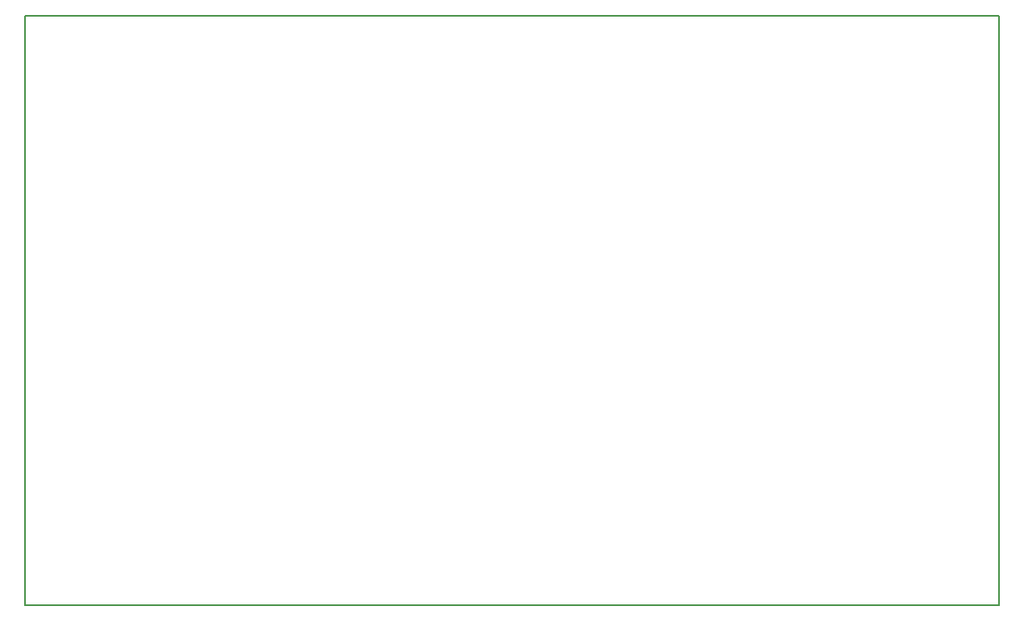
<source format=gbr>
G04 (created by PCBNEW (2013-mar-25)-stable) date Friday, August 07, 2015 09:57:37 AM*
%MOIN*%
G04 Gerber Fmt 3.4, Leading zero omitted, Abs format*
%FSLAX34Y34*%
G01*
G70*
G90*
G04 APERTURE LIST*
%ADD10C,0.006*%
%ADD11C,0.00590551*%
G04 APERTURE END LIST*
G54D10*
G54D11*
X44488Y-74803D02*
X44488Y-51181D01*
X44488Y-51181D02*
X83464Y-51181D01*
X83464Y-51181D02*
X83464Y-74803D01*
X83464Y-74803D02*
X44488Y-74803D01*
M02*

</source>
